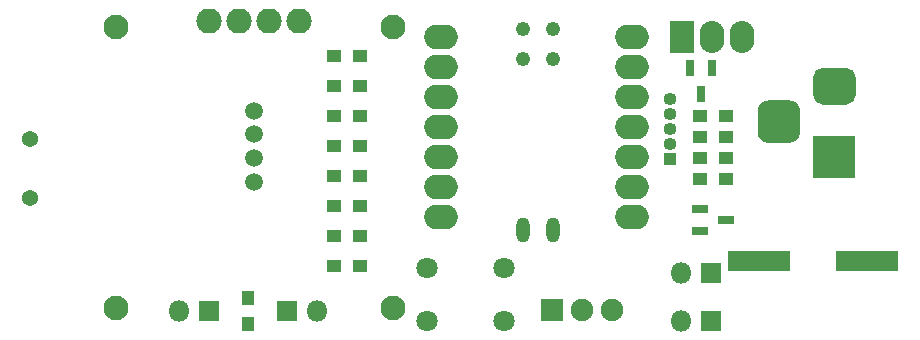
<source format=gts>
G04 #@! TF.GenerationSoftware,KiCad,Pcbnew,(5.1.6-0-10_14)*
G04 #@! TF.CreationDate,2020-10-28T15:49:20+09:00*
G04 #@! TF.ProjectId,NinjaLAMP,4e696e6a-614c-4414-9d50-2e6b69636164,rev?*
G04 #@! TF.SameCoordinates,Original*
G04 #@! TF.FileFunction,Soldermask,Top*
G04 #@! TF.FilePolarity,Negative*
%FSLAX46Y46*%
G04 Gerber Fmt 4.6, Leading zero omitted, Abs format (unit mm)*
G04 Created by KiCad (PCBNEW (5.1.6-0-10_14)) date 2020-10-28 15:49:20*
%MOMM*%
%LPD*%
G01*
G04 APERTURE LIST*
%ADD10R,1.100000X1.100000*%
%ADD11O,1.100000X1.100000*%
%ADD12C,2.100000*%
%ADD13O,2.132000X2.132000*%
%ADD14C,1.499540*%
%ADD15R,5.300000X1.800000*%
%ADD16R,1.800000X1.800000*%
%ADD17O,1.800000X1.800000*%
%ADD18R,3.600000X3.600000*%
%ADD19R,2.100000X2.700000*%
%ADD20O,2.100000X2.700000*%
%ADD21R,1.420800X0.658800*%
%ADD22R,0.658800X1.420800*%
%ADD23R,1.300000X1.000000*%
%ADD24C,1.243000*%
%ADD25O,1.116000X2.132000*%
%ADD26O,2.848280X2.098980*%
%ADD27O,1.900000X1.900000*%
%ADD28R,1.900000X1.900000*%
%ADD29C,1.800000*%
%ADD30R,1.000000X1.300000*%
%ADD31C,1.370000*%
G04 APERTURE END LIST*
D10*
G04 #@! TO.C,J2*
X168732500Y-101697000D03*
D11*
X168732500Y-100427000D03*
X168732500Y-99157000D03*
X168732500Y-97887000D03*
X168732500Y-96617000D03*
G04 #@! TD*
D12*
G04 #@! TO.C,D1*
X145270000Y-90540000D03*
X121770000Y-90540000D03*
X121770000Y-114340000D03*
X145270000Y-114340000D03*
D13*
X129710000Y-90040000D03*
X132250000Y-90040000D03*
X134790000Y-90040000D03*
X137330000Y-90040000D03*
G04 #@! TD*
D14*
G04 #@! TO.C,D2*
X133520000Y-103659740D03*
X133520000Y-101658220D03*
X133520000Y-99661780D03*
X133520000Y-97660260D03*
G04 #@! TD*
D15*
G04 #@! TO.C,C1*
X176253020Y-110367880D03*
X185353020Y-110367880D03*
G04 #@! TD*
D16*
G04 #@! TO.C,HEATER1*
X172149240Y-115442800D03*
D17*
X169609240Y-115442800D03*
G04 #@! TD*
G04 #@! TO.C,HEATER2*
X169619400Y-111369400D03*
D16*
X172159400Y-111369400D03*
G04 #@! TD*
D18*
G04 #@! TO.C,J1*
X182624200Y-101574400D03*
G36*
G01*
X181599200Y-94024400D02*
X183649200Y-94024400D01*
G75*
G02*
X184424200Y-94799400I0J-775000D01*
G01*
X184424200Y-96349400D01*
G75*
G02*
X183649200Y-97124400I-775000J0D01*
G01*
X181599200Y-97124400D01*
G75*
G02*
X180824200Y-96349400I0J775000D01*
G01*
X180824200Y-94799400D01*
G75*
G02*
X181599200Y-94024400I775000J0D01*
G01*
G37*
G36*
G01*
X177024200Y-96774400D02*
X178824200Y-96774400D01*
G75*
G02*
X179724200Y-97674400I0J-900000D01*
G01*
X179724200Y-99474400D01*
G75*
G02*
X178824200Y-100374400I-900000J0D01*
G01*
X177024200Y-100374400D01*
G75*
G02*
X176124200Y-99474400I0J900000D01*
G01*
X176124200Y-97674400D01*
G75*
G02*
X177024200Y-96774400I900000J0D01*
G01*
G37*
G04 #@! TD*
D19*
G04 #@! TO.C,FAN1*
X169759100Y-91439800D03*
D20*
X172299100Y-91439800D03*
X174839100Y-91439800D03*
G04 #@! TD*
D16*
G04 #@! TO.C,NTC_AIR1*
X136320000Y-114630000D03*
D17*
X138860000Y-114630000D03*
G04 #@! TD*
G04 #@! TO.C,NTC_WELL1*
X127112500Y-114630000D03*
D16*
X129652500Y-114630000D03*
G04 #@! TD*
D21*
G04 #@! TO.C,Q1*
X173467500Y-106908400D03*
X171283100Y-107848200D03*
X171283100Y-105968600D03*
G04 #@! TD*
D22*
G04 #@! TO.C,Q2*
X172248300Y-94017900D03*
X170368700Y-94017900D03*
X171308500Y-96202300D03*
G04 #@! TD*
D23*
G04 #@! TO.C,R1*
X140300000Y-103200000D03*
X142500000Y-103200000D03*
G04 #@! TD*
G04 #@! TO.C,R2*
X142500000Y-100660000D03*
X140300000Y-100660000D03*
G04 #@! TD*
G04 #@! TO.C,R3*
X142500000Y-105740000D03*
X140300000Y-105740000D03*
G04 #@! TD*
G04 #@! TO.C,R4*
X140300000Y-110820000D03*
X142500000Y-110820000D03*
G04 #@! TD*
G04 #@! TO.C,R5*
X171221960Y-101676000D03*
X173421960Y-101676000D03*
G04 #@! TD*
G04 #@! TO.C,R6*
X173421960Y-103454000D03*
X171221960Y-103454000D03*
G04 #@! TD*
G04 #@! TO.C,R7*
X142500000Y-108280000D03*
X140300000Y-108280000D03*
G04 #@! TD*
G04 #@! TO.C,R8*
X140300000Y-98120000D03*
X142500000Y-98120000D03*
G04 #@! TD*
G04 #@! TO.C,R9*
X142500000Y-93040000D03*
X140300000Y-93040000D03*
G04 #@! TD*
G04 #@! TO.C,R10*
X173421960Y-99898000D03*
X171221960Y-99898000D03*
G04 #@! TD*
G04 #@! TO.C,R11*
X140300000Y-95580000D03*
X142500000Y-95580000D03*
G04 #@! TD*
G04 #@! TO.C,R12*
X173421960Y-98120000D03*
X171221960Y-98120000D03*
G04 #@! TD*
D24*
G04 #@! TO.C,U1*
X158758803Y-93275813D03*
X156218803Y-93275813D03*
X158758803Y-90735813D03*
X156218803Y-90735813D03*
D25*
X158770000Y-107740000D03*
X156220000Y-107740000D03*
D26*
X149353120Y-91422180D03*
X149353120Y-93962180D03*
X149353120Y-96502180D03*
X149353120Y-99042180D03*
X149353120Y-101582180D03*
X149353120Y-104122180D03*
X149353120Y-106662180D03*
X165517680Y-106662180D03*
X165517680Y-104122180D03*
X165517680Y-101582180D03*
X165517680Y-99042180D03*
X165517680Y-96502180D03*
X165517680Y-93962180D03*
X165517680Y-91422180D03*
G04 #@! TD*
D27*
G04 #@! TO.C,EXTRA_Q1*
X163762500Y-114557000D03*
X161222500Y-114557000D03*
D28*
X158682500Y-114557000D03*
G04 #@! TD*
D29*
G04 #@! TO.C,SW1*
X148142500Y-115467000D03*
X154642500Y-115467000D03*
X148142500Y-110967000D03*
X154642500Y-110967000D03*
G04 #@! TD*
D30*
G04 #@! TO.C,TH1*
X133002500Y-115727000D03*
X133002500Y-113527000D03*
G04 #@! TD*
D31*
G04 #@! TO.C,SW2*
X114520000Y-100040640D03*
X114520000Y-105039360D03*
G04 #@! TD*
M02*

</source>
